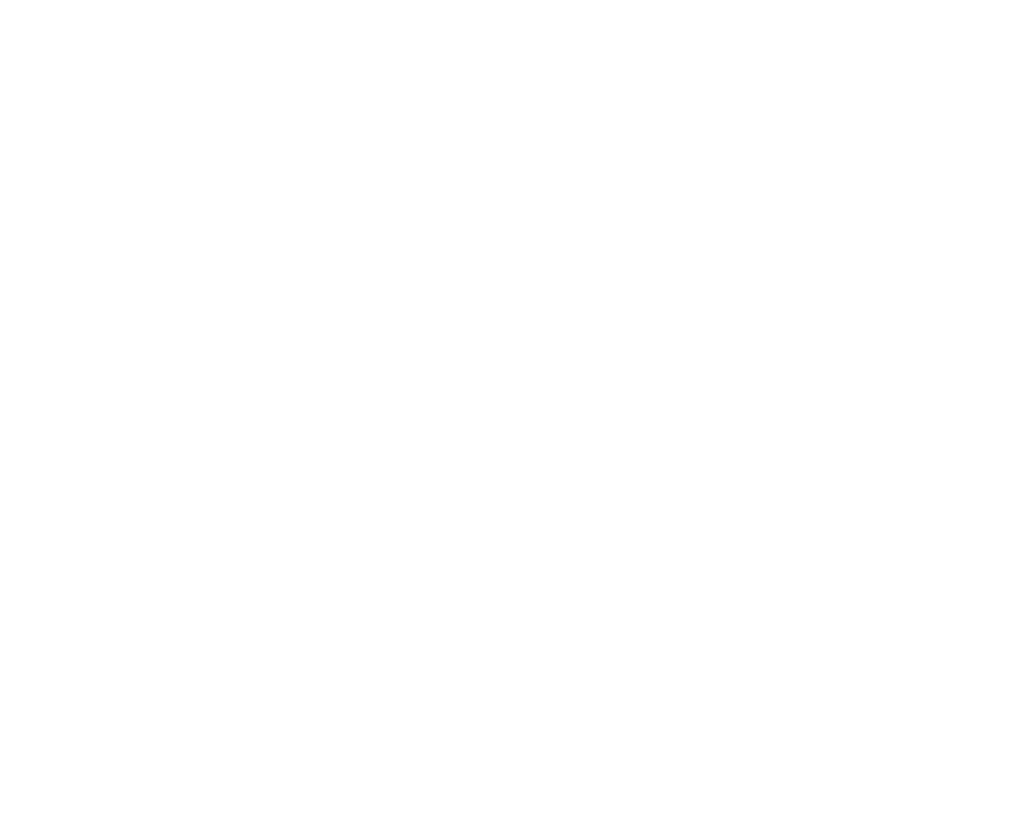
<source format=kicad_pcb>
(kicad_pcb
	(version 20241229)
	(generator "pcbnew")
	(generator_version "9.0")
	(general
		(thickness 1.6)
		(legacy_teardrops no)
	)
	(paper "A4")
	(layers
		(0 "F.Cu" signal)
		(2 "B.Cu" signal)
		(9 "F.Adhes" user "F.Adhesive")
		(11 "B.Adhes" user "B.Adhesive")
		(13 "F.Paste" user)
		(15 "B.Paste" user)
		(5 "F.SilkS" user "F.Silkscreen")
		(7 "B.SilkS" user "B.Silkscreen")
		(1 "F.Mask" user)
		(3 "B.Mask" user)
		(17 "Dwgs.User" user "User.Drawings")
		(19 "Cmts.User" user "User.Comments")
		(21 "Eco1.User" user "User.Eco1")
		(23 "Eco2.User" user "User.Eco2")
		(25 "Edge.Cuts" user)
		(27 "Margin" user)
		(31 "F.CrtYd" user "F.Courtyard")
		(29 "B.CrtYd" user "B.Courtyard")
		(35 "F.Fab" user)
		(33 "B.Fab" user)
		(39 "User.1" user)
		(41 "User.2" user)
		(43 "User.3" user)
		(45 "User.4" user)
	)
	(setup
		(pad_to_mask_clearance 0)
		(allow_soldermask_bridges_in_footprints no)
		(tenting front back)
		(pcbplotparams
			(layerselection 0x00000000_00000000_55555555_5755f5ff)
			(plot_on_all_layers_selection 0x00000000_00000000_00000000_00000000)
			(disableapertmacros no)
			(usegerberextensions no)
			(usegerberattributes yes)
			(usegerberadvancedattributes yes)
			(creategerberjobfile yes)
			(dashed_line_dash_ratio 12.000000)
			(dashed_line_gap_ratio 3.000000)
			(svgprecision 4)
			(plotframeref no)
			(mode 1)
			(useauxorigin no)
			(hpglpennumber 1)
			(hpglpenspeed 20)
			(hpglpendiameter 15.000000)
			(pdf_front_fp_property_popups yes)
			(pdf_back_fp_property_popups yes)
			(pdf_metadata yes)
			(pdf_single_document no)
			(dxfpolygonmode yes)
			(dxfimperialunits yes)
			(dxfusepcbnewfont yes)
			(psnegative no)
			(psa4output no)
			(plot_black_and_white yes)
			(sketchpadsonfab no)
			(plotpadnumbers no)
			(hidednponfab no)
			(sketchdnponfab yes)
			(crossoutdnponfab yes)
			(subtractmaskfromsilk no)
			(outputformat 1)
			(mirror no)
			(drillshape 1)
			(scaleselection 1)
			(outputdirectory "")
		)
	)
	(net 0 "")
	(gr_circle
		(center 97.803238 126.25327)
		(end 98.803238 126.25327)
		(stroke
			(width 0.2)
			(type default)
		)
		(fill no)
		(layer "Dwgs.User")
		(uuid "0fd0c661-dd01-405d-bc61-8e2efd517011")
	)
	(gr_line
		(start 192.803238 58.386762)
		(end 192.803238 103.236762)
		(stroke
			(width 0.2)
			(type default)
		)
		(layer "Dwgs.User")
		(uuid "14f4ea7f-913d-4d59-8868-275cb3516d23")
	)
	(gr_line
		(start 192.803238 103.236762)
		(end 192.803238 144.086762)
		(stroke
			(width 0.2)
			(type default)
		)
		(layer "Dwgs.User")
		(uuid "20d699c4-dc6e-4b2c-84d8-f5e9f0edbb2c")
	)
	(gr_circle
		(center 97.803238 126.25327)
		(end 99.003238 126.25327)
		(stroke
			(width 0.2)
			(type default)
		)
		(fill no)
		(layer "Dwgs.User")
		(uuid "33d76fca-d34a-453c-90aa-761cc41248fb")
	)
	(gr_line
		(start 87.803238 58.386762)
		(end 192.803238 58.386762)
		(stroke
			(width 0.2)
			(type default)
		)
		(layer "Dwgs.User")
		(uuid "45ffe79f-56cb-4e9d-a257-80855793c752")
	)
	(gr_line
		(start 87.803238 144.086762)
		(end 87.803238 103.241574)
		(stroke
			(width 0.2)
			(type default)
		)
		(layer "Dwgs.User")
		(uuid "51631dad-2d38-4c3c-9c8c-6b8dad851852")
	)
	(gr_line
		(start 192.803238 144.086762)
		(end 87.803238 144.086762)
		(stroke
			(width 0.2)
			(type default)
		)
		(layer "Dwgs.User")
		(uuid "7298f8c2-bfed-4cf8-a470-e48741324c4c")
	)
	(gr_line
		(start 87.803238 103.241574)
		(end 87.803238 58.386762)
		(stroke
			(width 0.2)
			(type default)
		)
		(layer "Dwgs.User")
		(uuid "993d4745-df68-4add-821c-d520b99dbaa5")
	)
	(gr_circle
		(center 182.803238 76.236762)
		(end 183.803238 76.236762)
		(stroke
			(width 0.2)
			(type default)
		)
		(fill no)
		(layer "Dwgs.User")
		(uuid "a6610db6-33cb-47f4-a176-db32e80aca57")
	)
	(gr_circle
		(center 182.803238 76.236762)
		(end 184.003238 76.236762)
		(stroke
			(width 0.2)
			(type default)
		)
		(fill no)
		(layer "Dwgs.User")
		(uuid "e2b28c44-01fa-4184-8c56-5a4187c1e656")
	)
	(group ""
		(uuid "9d00fc86-7a07-4407-98dd-dbe494f10a7a")
		(members "0fd0c661-dd01-405d-bc61-8e2efd517011" "14f4ea7f-913d-4d59-8868-275cb3516d23"
			"20d699c4-dc6e-4b2c-84d8-f5e9f0edbb2c" "33d76fca-d34a-453c-90aa-761cc41248fb"
			"45ffe79f-56cb-4e9d-a257-80855793c752" "51631dad-2d38-4c3c-9c8c-6b8dad851852"
			"7298f8c2-bfed-4cf8-a470-e48741324c4c" "993d4745-df68-4add-821c-d520b99dbaa5"
			"a6610db6-33cb-47f4-a176-db32e80aca57" "e2b28c44-01fa-4184-8c56-5a4187c1e656"
		)
	)
	(embedded_fonts no)
)

</source>
